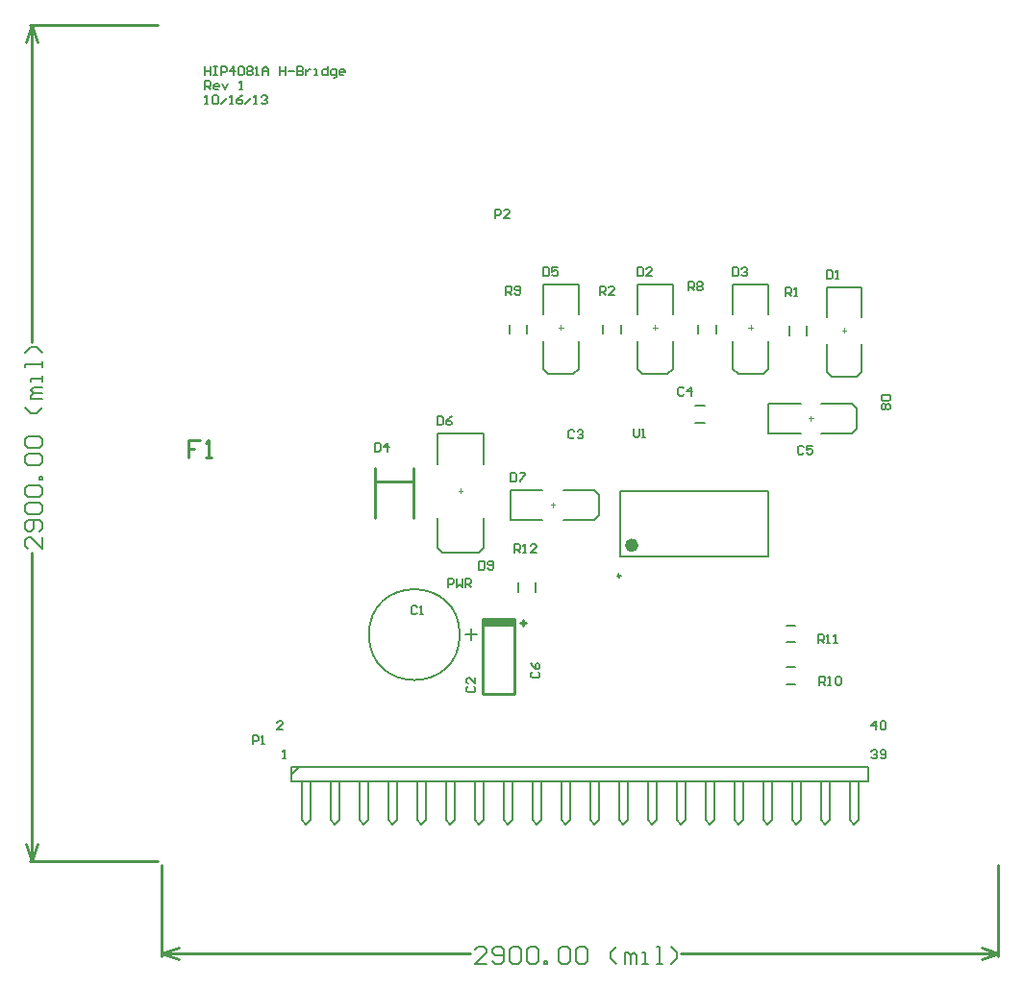
<source format=gto>
%FSLAX42Y42*%
%MOMM*%
G71*
G01*
G75*
G04 Layer_Color=65535*
%ADD10R,1.40X1.10*%
%ADD11R,1.10X1.70*%
%ADD12R,1.80X1.30*%
%ADD13R,2.30X2.30*%
%ADD14R,2.10X1.40*%
%ADD15R,3.30X2.40*%
%ADD16R,2.55X1.85*%
%ADD17R,1.35X2.15*%
%ADD18R,1.10X1.40*%
%ADD19O,0.70X2.60*%
%ADD20C,1.27*%
%ADD21C,0.76*%
%ADD22C,1.14*%
%ADD23C,1.02*%
%ADD24C,0.89*%
%ADD25C,0.51*%
%ADD26C,0.64*%
%ADD27C,0.38*%
%ADD28C,0.25*%
%ADD29C,0.10*%
%ADD30C,0.15*%
%ADD31C,1.52*%
%ADD32C,2.97*%
%ADD33R,2.97X2.97*%
%ADD34R,1.50X1.50*%
%ADD35C,1.50*%
%ADD36C,3.23*%
%ADD37C,5.08*%
%ADD38C,1.27*%
%ADD39C,0.20*%
%ADD40C,0.60*%
%ADD41C,0.25*%
%ADD42C,0.13*%
%ADD43C,0.15*%
D28*
X7422Y10770D02*
Y11210D01*
X7082Y10770D02*
Y11210D01*
Y11087D02*
X7422D01*
X8030Y9220D02*
Y9830D01*
X8310Y9220D02*
Y9830D01*
X8386Y9817D02*
Y9868D01*
X8361Y9843D02*
X8412D01*
X8030Y9220D02*
X8310D01*
X8030Y9830D02*
X8310D01*
X8030D02*
Y9855D01*
X8310D01*
X8310Y9855D01*
Y9830D02*
Y9855D01*
Y9817D02*
Y9880D01*
X8310Y9881D02*
X8310Y9880D01*
X8031Y9881D02*
X8310D01*
X8031Y9804D02*
Y9881D01*
X5542Y11455D02*
X5441D01*
Y11379D01*
X5491D01*
X5441D01*
Y11303D01*
X5593D02*
X5644D01*
X5618D01*
Y11455D01*
X5593Y11430D01*
X4039Y15113D02*
X5169D01*
X4039Y7747D02*
X5169D01*
X4064Y12319D02*
Y15113D01*
Y7747D02*
Y10460D01*
X4013Y14961D02*
X4064Y15113D01*
X4115Y14961D01*
X4064Y7747D02*
X4115Y7899D01*
X4013D02*
X4064Y7747D01*
X12573Y6909D02*
Y7709D01*
X5207Y6909D02*
Y7709D01*
X9779Y6934D02*
X12573D01*
X5207D02*
X7920D01*
X12421Y6985D02*
X12573Y6934D01*
X12421Y6883D02*
X12573Y6934D01*
X5207D02*
X5359Y6883D01*
X5207Y6934D02*
X5359Y6985D01*
D29*
X9530Y12446D02*
X9570D01*
X9550Y12426D02*
Y12466D01*
X11194Y12421D02*
X11234D01*
X11214Y12401D02*
Y12441D01*
X8700Y12446D02*
X8740D01*
X8720Y12426D02*
Y12466D01*
X10369Y12446D02*
X10409D01*
X10389Y12426D02*
Y12466D01*
X7816Y11007D02*
X7856D01*
X7836Y10987D02*
Y11027D01*
X10922Y11626D02*
Y11666D01*
X10902Y11646D02*
X10942D01*
X8649Y10864D02*
Y10904D01*
X8629Y10884D02*
X8669D01*
D30*
X4155Y10602D02*
Y10501D01*
X4054Y10602D01*
X4028D01*
X4003Y10577D01*
Y10526D01*
X4028Y10501D01*
X4130Y10653D02*
X4155Y10678D01*
Y10729D01*
X4130Y10755D01*
X4028D01*
X4003Y10729D01*
Y10678D01*
X4028Y10653D01*
X4054D01*
X4079Y10678D01*
Y10755D01*
X4028Y10805D02*
X4003Y10831D01*
Y10882D01*
X4028Y10907D01*
X4130D01*
X4155Y10882D01*
Y10831D01*
X4130Y10805D01*
X4028D01*
Y10958D02*
X4003Y10983D01*
Y11034D01*
X4028Y11059D01*
X4130D01*
X4155Y11034D01*
Y10983D01*
X4130Y10958D01*
X4028D01*
X4155Y11110D02*
X4130D01*
Y11135D01*
X4155D01*
Y11110D01*
X4028Y11237D02*
X4003Y11262D01*
Y11313D01*
X4028Y11339D01*
X4130D01*
X4155Y11313D01*
Y11262D01*
X4130Y11237D01*
X4028D01*
Y11389D02*
X4003Y11415D01*
Y11466D01*
X4028Y11491D01*
X4130D01*
X4155Y11466D01*
Y11415D01*
X4130Y11389D01*
X4028D01*
X4155Y11745D02*
X4105Y11694D01*
X4054D01*
X4003Y11745D01*
X4155Y11821D02*
X4054D01*
Y11846D01*
X4079Y11872D01*
X4155D01*
X4079D01*
X4054Y11897D01*
X4079Y11923D01*
X4155D01*
Y11973D02*
Y12024D01*
Y11999D01*
X4054D01*
Y11973D01*
X4155Y12100D02*
Y12151D01*
Y12126D01*
X4003D01*
Y12100D01*
X4155Y12227D02*
X4105Y12278D01*
X4054D01*
X4003Y12227D01*
X8062Y6843D02*
X7961D01*
X8062Y6944D01*
Y6970D01*
X8037Y6995D01*
X7986D01*
X7961Y6970D01*
X8113Y6868D02*
X8138Y6843D01*
X8189D01*
X8215Y6868D01*
Y6970D01*
X8189Y6995D01*
X8138D01*
X8113Y6970D01*
Y6944D01*
X8138Y6919D01*
X8215D01*
X8265Y6970D02*
X8291Y6995D01*
X8342D01*
X8367Y6970D01*
Y6868D01*
X8342Y6843D01*
X8291D01*
X8265Y6868D01*
Y6970D01*
X8418D02*
X8443Y6995D01*
X8494D01*
X8519Y6970D01*
Y6868D01*
X8494Y6843D01*
X8443D01*
X8418Y6868D01*
Y6970D01*
X8570Y6843D02*
Y6868D01*
X8595D01*
Y6843D01*
X8570D01*
X8697Y6970D02*
X8722Y6995D01*
X8773D01*
X8799Y6970D01*
Y6868D01*
X8773Y6843D01*
X8722D01*
X8697Y6868D01*
Y6970D01*
X8849D02*
X8875Y6995D01*
X8926D01*
X8951Y6970D01*
Y6868D01*
X8926Y6843D01*
X8875D01*
X8849Y6868D01*
Y6970D01*
X9205Y6843D02*
X9154Y6894D01*
Y6944D01*
X9205Y6995D01*
X9281Y6843D02*
Y6944D01*
X9306D01*
X9332Y6919D01*
Y6843D01*
Y6919D01*
X9357Y6944D01*
X9383Y6919D01*
Y6843D01*
X9433D02*
X9484D01*
X9459D01*
Y6944D01*
X9433D01*
X9560Y6843D02*
X9611D01*
X9586D01*
Y6995D01*
X9560D01*
X9687Y6843D02*
X9738Y6894D01*
Y6944D01*
X9687Y6995D01*
D39*
X7829Y9741D02*
G03*
X7829Y9741I-400J0D01*
G01*
X10704Y9455D02*
X10784D01*
X10704Y9305D02*
X10784D01*
X10088Y12391D02*
Y12471D01*
X9928Y12391D02*
Y12471D01*
X10704Y9823D02*
X10784D01*
X10704Y9673D02*
X10784D01*
X9395Y12081D02*
Y12326D01*
X9705Y12081D02*
Y12326D01*
Y12566D02*
Y12826D01*
X9395Y12566D02*
Y12826D01*
X9440Y12036D02*
X9660D01*
X9705Y12081D01*
X9395D02*
X9440Y12036D01*
X9395Y12826D02*
X9705D01*
X11059Y12056D02*
Y12301D01*
X11369Y12056D02*
Y12301D01*
Y12541D02*
Y12801D01*
X11059Y12541D02*
Y12801D01*
X11104Y12011D02*
X11324D01*
X11369Y12056D01*
X11059D02*
X11104Y12011D01*
X11059Y12801D02*
X11369D01*
X9249Y12391D02*
Y12471D01*
X9089Y12391D02*
Y12471D01*
X10888Y12381D02*
Y12461D01*
X10728Y12381D02*
Y12461D01*
X8565Y12081D02*
Y12326D01*
X8875Y12081D02*
Y12326D01*
Y12566D02*
Y12826D01*
X8565Y12566D02*
Y12826D01*
X8610Y12036D02*
X8830D01*
X8875Y12081D01*
X8565D02*
X8610Y12036D01*
X8565Y12826D02*
X8875D01*
X10234Y12081D02*
Y12326D01*
X10544Y12081D02*
Y12326D01*
Y12566D02*
Y12826D01*
X10234Y12566D02*
Y12826D01*
X10279Y12036D02*
X10499D01*
X10544Y12081D01*
X10234D02*
X10279Y12036D01*
X10234Y12826D02*
X10544D01*
X8500Y10120D02*
Y10200D01*
X8340Y10120D02*
Y10200D01*
X8041Y10510D02*
Y10770D01*
X7676Y10465D02*
X7996D01*
X7631Y11515D02*
X8041D01*
X7631Y11245D02*
Y11515D01*
X8041Y11245D02*
Y11515D01*
X7996Y10465D02*
X8041Y10510D01*
X7631D02*
X7676Y10465D01*
X7631Y10510D02*
Y10770D01*
X8424Y12391D02*
Y12471D01*
X8264Y12391D02*
Y12471D01*
X9904Y11609D02*
X9984D01*
X9904Y11759D02*
X9984D01*
X6350Y8572D02*
X11430D01*
X11345Y8107D02*
Y8446D01*
X11303Y8064D02*
X11345Y8107D01*
X11261D02*
X11303Y8064D01*
X11261Y8107D02*
Y8446D01*
X11091Y8107D02*
Y8446D01*
X11049Y8064D02*
X11091Y8107D01*
X11007D02*
X11049Y8064D01*
X11007Y8107D02*
Y8446D01*
X10837Y8107D02*
Y8446D01*
X10795Y8064D02*
X10837Y8107D01*
X10753D02*
X10795Y8064D01*
X10753Y8107D02*
Y8446D01*
X10583Y8107D02*
Y8446D01*
X10541Y8064D02*
X10583Y8107D01*
X10499D02*
X10541Y8064D01*
X10499Y8107D02*
Y8446D01*
X10329Y8107D02*
Y8446D01*
X10287Y8064D02*
X10329Y8107D01*
X10245D02*
X10287Y8064D01*
X10245Y8107D02*
Y8446D01*
X10075Y8107D02*
Y8446D01*
X10033Y8064D02*
X10075Y8107D01*
X9991D02*
X10033Y8064D01*
X9991Y8107D02*
Y8446D01*
X9821Y8107D02*
Y8446D01*
X9779Y8064D02*
X9821Y8107D01*
X9737D02*
X9779Y8064D01*
X9737Y8107D02*
Y8446D01*
X9567Y8107D02*
Y8446D01*
X9525Y8064D02*
X9567Y8107D01*
X9483D02*
X9525Y8064D01*
X9483Y8107D02*
Y8446D01*
X9313Y8107D02*
Y8446D01*
X9271Y8064D02*
X9313Y8107D01*
X9229D02*
X9271Y8064D01*
X9229Y8107D02*
Y8446D01*
X9059Y8107D02*
Y8446D01*
X9017Y8064D02*
X9059Y8107D01*
X8975D02*
X9017Y8064D01*
X8975Y8107D02*
Y8446D01*
X8805Y8107D02*
Y8446D01*
X8763Y8064D02*
X8805Y8107D01*
X8721D02*
X8763Y8064D01*
X8721Y8107D02*
Y8446D01*
X8551Y8107D02*
Y8446D01*
X8509Y8064D02*
X8551Y8107D01*
X8467D02*
X8509Y8064D01*
X8467Y8107D02*
Y8446D01*
X8297Y8107D02*
Y8446D01*
X8255Y8064D02*
X8297Y8107D01*
X8213D02*
X8255Y8064D01*
X8213Y8107D02*
Y8446D01*
X8043Y8107D02*
Y8446D01*
X8001Y8064D02*
X8043Y8107D01*
X7959D02*
X8001Y8064D01*
X7959Y8107D02*
Y8446D01*
X7789Y8107D02*
Y8446D01*
X7747Y8064D02*
X7789Y8107D01*
X7705D02*
X7747Y8064D01*
X7705Y8107D02*
Y8446D01*
X7535Y8107D02*
Y8446D01*
X7493Y8064D02*
X7535Y8107D01*
X7451D02*
X7493Y8064D01*
X7451Y8107D02*
Y8446D01*
X7281Y8107D02*
Y8446D01*
X7239Y8064D02*
X7281Y8107D01*
X7197D02*
X7239Y8064D01*
X7197Y8107D02*
Y8446D01*
X7027Y8107D02*
Y8446D01*
X6985Y8064D02*
X7027Y8107D01*
X6943D02*
X6985Y8064D01*
X6943Y8107D02*
Y8446D01*
X6773Y8107D02*
Y8446D01*
X6731Y8064D02*
X6773Y8107D01*
X6689D02*
X6731Y8064D01*
X6689Y8107D02*
Y8446D01*
X6519Y8107D02*
Y8446D01*
X6477Y8064D02*
X6519Y8107D01*
X6435D02*
X6477Y8064D01*
X6435Y8107D02*
Y8446D01*
X6350Y8509D02*
X6414Y8572D01*
X11430Y8446D02*
Y8572D01*
X6350Y8446D02*
X11430D01*
X6350D02*
Y8572D01*
X11282Y11778D02*
X11327Y11733D01*
Y11558D02*
Y11733D01*
X10547Y11778D02*
X10832D01*
X10547Y11513D02*
X10832D01*
X10547D02*
Y11778D01*
X11012D02*
X11282D01*
X11012Y11513D02*
X11282D01*
X11327Y11558D01*
X9009Y11016D02*
X9054Y10971D01*
Y10796D02*
Y10971D01*
X8274Y11016D02*
X8559D01*
X8274Y10751D02*
X8559D01*
X8274D02*
Y11016D01*
X8739D02*
X9009D01*
X8739Y10751D02*
X9009D01*
X9054Y10796D01*
X10543Y10429D02*
Y11009D01*
X9243Y10429D02*
Y11009D01*
X10543D01*
X9243Y10429D02*
X10543D01*
D40*
X9373Y10529D02*
G03*
X9373Y10529I-30J0D01*
G01*
D41*
X9244Y10259D02*
G03*
X9244Y10259I-12J0D01*
G01*
D42*
X8471Y9411D02*
X8458Y9398D01*
Y9373D01*
X8471Y9360D01*
X8522D01*
X8534Y9373D01*
Y9398D01*
X8522Y9411D01*
X8458Y9487D02*
X8471Y9461D01*
X8496Y9436D01*
X8522D01*
X8534Y9449D01*
Y9474D01*
X8522Y9487D01*
X8509D01*
X8496Y9474D01*
Y9436D01*
X9360Y11557D02*
Y11493D01*
X9373Y11481D01*
X9398D01*
X9411Y11493D01*
Y11557D01*
X9436Y11481D02*
X9461D01*
X9449D01*
Y11557D01*
X9436Y11544D01*
X8313Y10462D02*
Y10538D01*
X8352D01*
X8364Y10526D01*
Y10500D01*
X8352Y10488D01*
X8313D01*
X8339D02*
X8364Y10462D01*
X8390D02*
X8415D01*
X8402D01*
Y10538D01*
X8390Y10526D01*
X8504Y10462D02*
X8453D01*
X8504Y10513D01*
Y10526D01*
X8491Y10538D01*
X8466D01*
X8453Y10526D01*
X10986Y9665D02*
Y9741D01*
X11024D01*
X11036Y9728D01*
Y9703D01*
X11024Y9690D01*
X10986D01*
X11011D02*
X11036Y9665D01*
X11062D02*
X11087D01*
X11074D01*
Y9741D01*
X11062Y9728D01*
X11125Y9665D02*
X11151D01*
X11138D01*
Y9741D01*
X11125Y9728D01*
X10998Y9296D02*
Y9373D01*
X11036D01*
X11049Y9360D01*
Y9334D01*
X11036Y9322D01*
X10998D01*
X11024D02*
X11049Y9296D01*
X11074D02*
X11100D01*
X11087D01*
Y9373D01*
X11074Y9360D01*
X11138D02*
X11151Y9373D01*
X11176D01*
X11189Y9360D01*
Y9309D01*
X11176Y9296D01*
X11151D01*
X11138Y9309D01*
Y9360D01*
X8237Y12736D02*
Y12812D01*
X8275D01*
X8288Y12799D01*
Y12774D01*
X8275Y12761D01*
X8237D01*
X8263D02*
X8288Y12736D01*
X8313Y12748D02*
X8326Y12736D01*
X8351D01*
X8364Y12748D01*
Y12799D01*
X8351Y12812D01*
X8326D01*
X8313Y12799D01*
Y12786D01*
X8326Y12774D01*
X8364D01*
X9843Y12774D02*
Y12850D01*
X9881D01*
X9893Y12837D01*
Y12812D01*
X9881Y12799D01*
X9843D01*
X9868D02*
X9893Y12774D01*
X9919Y12837D02*
X9931Y12850D01*
X9957D01*
X9969Y12837D01*
Y12825D01*
X9957Y12812D01*
X9969Y12799D01*
Y12787D01*
X9957Y12774D01*
X9931D01*
X9919Y12787D01*
Y12799D01*
X9931Y12812D01*
X9919Y12825D01*
Y12837D01*
X9931Y12812D02*
X9957D01*
X9063Y12736D02*
Y12812D01*
X9101D01*
X9114Y12799D01*
Y12774D01*
X9101Y12761D01*
X9063D01*
X9088D02*
X9114Y12736D01*
X9190D02*
X9139D01*
X9190Y12786D01*
Y12799D01*
X9177Y12812D01*
X9152D01*
X9139Y12799D01*
X10701Y12723D02*
Y12799D01*
X10739D01*
X10752Y12786D01*
Y12761D01*
X10739Y12748D01*
X10701D01*
X10726D02*
X10752Y12723D01*
X10777D02*
X10803D01*
X10790D01*
Y12799D01*
X10777Y12786D01*
X8141Y13411D02*
Y13487D01*
X8179D01*
X8191Y13475D01*
Y13449D01*
X8179Y13437D01*
X8141D01*
X8268Y13411D02*
X8217D01*
X8268Y13462D01*
Y13475D01*
X8255Y13487D01*
X8230D01*
X8217Y13475D01*
X6007Y8776D02*
Y8852D01*
X6045D01*
X6058Y8839D01*
Y8814D01*
X6045Y8801D01*
X6007D01*
X6083Y8776D02*
X6109D01*
X6096D01*
Y8852D01*
X6083Y8839D01*
X8001Y10389D02*
Y10312D01*
X8039D01*
X8052Y10325D01*
Y10376D01*
X8039Y10389D01*
X8001D01*
X8077Y10325D02*
X8090Y10312D01*
X8115D01*
X8128Y10325D01*
Y10376D01*
X8115Y10389D01*
X8090D01*
X8077Y10376D01*
Y10363D01*
X8090Y10350D01*
X8128D01*
X11620Y11849D02*
X11544D01*
Y11811D01*
X11557Y11798D01*
X11608D01*
X11620Y11811D01*
Y11849D01*
X11608Y11773D02*
X11620Y11760D01*
Y11735D01*
X11608Y11722D01*
X11595D01*
X11582Y11735D01*
X11570Y11722D01*
X11557D01*
X11544Y11735D01*
Y11760D01*
X11557Y11773D01*
X11570D01*
X11582Y11760D01*
X11595Y11773D01*
X11608D01*
X11582Y11760D02*
Y11735D01*
X8280Y11163D02*
Y11087D01*
X8318D01*
X8331Y11100D01*
Y11151D01*
X8318Y11163D01*
X8280D01*
X8357D02*
X8407D01*
Y11151D01*
X8357Y11100D01*
Y11087D01*
X7633Y11665D02*
Y11589D01*
X7671D01*
X7683Y11601D01*
Y11652D01*
X7671Y11665D01*
X7633D01*
X7760D02*
X7734Y11652D01*
X7709Y11627D01*
Y11601D01*
X7722Y11589D01*
X7747D01*
X7760Y11601D01*
Y11614D01*
X7747Y11627D01*
X7709D01*
X8567Y12977D02*
Y12901D01*
X8606D01*
X8618Y12913D01*
Y12964D01*
X8606Y12977D01*
X8567D01*
X8694D02*
X8644D01*
Y12939D01*
X8669Y12951D01*
X8682D01*
X8694Y12939D01*
Y12913D01*
X8682Y12901D01*
X8656D01*
X8644Y12913D01*
X7082Y11433D02*
Y11356D01*
X7120D01*
X7132Y11369D01*
Y11420D01*
X7120Y11433D01*
X7082D01*
X7196Y11356D02*
Y11433D01*
X7158Y11394D01*
X7208D01*
X10236Y12977D02*
Y12901D01*
X10274D01*
X10287Y12913D01*
Y12964D01*
X10274Y12977D01*
X10236D01*
X10312Y12964D02*
X10325Y12977D01*
X10350D01*
X10363Y12964D01*
Y12951D01*
X10350Y12939D01*
X10338D01*
X10350D01*
X10363Y12926D01*
Y12913D01*
X10350Y12901D01*
X10325D01*
X10312Y12913D01*
X9398Y12977D02*
Y12901D01*
X9436D01*
X9449Y12913D01*
Y12964D01*
X9436Y12977D01*
X9398D01*
X9525Y12901D02*
X9474D01*
X9525Y12951D01*
Y12964D01*
X9512Y12977D01*
X9487D01*
X9474Y12964D01*
X11062Y12951D02*
Y12875D01*
X11100D01*
X11112Y12888D01*
Y12939D01*
X11100Y12951D01*
X11062D01*
X11138Y12875D02*
X11163D01*
X11151D01*
Y12951D01*
X11138Y12939D01*
X10858Y11392D02*
X10846Y11405D01*
X10820D01*
X10808Y11392D01*
Y11341D01*
X10820Y11328D01*
X10846D01*
X10858Y11341D01*
X10935Y11405D02*
X10884D01*
Y11366D01*
X10909Y11379D01*
X10922D01*
X10935Y11366D01*
Y11341D01*
X10922Y11328D01*
X10897D01*
X10884Y11341D01*
X9802Y11910D02*
X9789Y11923D01*
X9764D01*
X9751Y11910D01*
Y11859D01*
X9764Y11847D01*
X9789D01*
X9802Y11859D01*
X9865Y11847D02*
Y11923D01*
X9827Y11885D01*
X9878D01*
X8839Y11532D02*
X8826Y11544D01*
X8801D01*
X8788Y11532D01*
Y11481D01*
X8801Y11468D01*
X8826D01*
X8839Y11481D01*
X8865Y11532D02*
X8877Y11544D01*
X8903D01*
X8915Y11532D01*
Y11519D01*
X8903Y11506D01*
X8890D01*
X8903D01*
X8915Y11493D01*
Y11481D01*
X8903Y11468D01*
X8877D01*
X8865Y11481D01*
X7904Y9284D02*
X7891Y9271D01*
Y9246D01*
X7904Y9233D01*
X7954D01*
X7967Y9246D01*
Y9271D01*
X7954Y9284D01*
X7967Y9360D02*
Y9309D01*
X7916Y9360D01*
X7904D01*
X7891Y9347D01*
Y9322D01*
X7904Y9309D01*
X7455Y9982D02*
X7442Y9995D01*
X7417D01*
X7404Y9982D01*
Y9931D01*
X7417Y9919D01*
X7442D01*
X7455Y9931D01*
X7480Y9919D02*
X7506D01*
X7493D01*
Y9995D01*
X7480Y9982D01*
X5588Y14415D02*
X5613D01*
X5601D01*
Y14491D01*
X5588Y14478D01*
X5651D02*
X5664Y14491D01*
X5690D01*
X5702Y14478D01*
Y14427D01*
X5690Y14415D01*
X5664D01*
X5651Y14427D01*
Y14478D01*
X5728Y14415D02*
X5778Y14465D01*
X5804Y14415D02*
X5829D01*
X5817D01*
Y14491D01*
X5804Y14478D01*
X5918Y14491D02*
X5893Y14478D01*
X5867Y14453D01*
Y14427D01*
X5880Y14415D01*
X5905D01*
X5918Y14427D01*
Y14440D01*
X5905Y14453D01*
X5867D01*
X5943Y14415D02*
X5994Y14465D01*
X6020Y14415D02*
X6045D01*
X6032D01*
Y14491D01*
X6020Y14478D01*
X6083D02*
X6096Y14491D01*
X6121D01*
X6134Y14478D01*
Y14465D01*
X6121Y14453D01*
X6109D01*
X6121D01*
X6134Y14440D01*
Y14427D01*
X6121Y14415D01*
X6096D01*
X6083Y14427D01*
X6274Y8903D02*
X6223D01*
X6274Y8953D01*
Y8966D01*
X6261Y8979D01*
X6236D01*
X6223Y8966D01*
X6274Y8649D02*
X6299D01*
X6286D01*
Y8725D01*
X6274Y8712D01*
X11455D02*
X11468Y8725D01*
X11493D01*
X11506Y8712D01*
Y8699D01*
X11493Y8687D01*
X11481D01*
X11493D01*
X11506Y8674D01*
Y8661D01*
X11493Y8649D01*
X11468D01*
X11455Y8661D01*
X11532D02*
X11544Y8649D01*
X11570D01*
X11582Y8661D01*
Y8712D01*
X11570Y8725D01*
X11544D01*
X11532Y8712D01*
Y8699D01*
X11544Y8687D01*
X11582D01*
X11493Y8903D02*
Y8979D01*
X11455Y8941D01*
X11506D01*
X11532Y8966D02*
X11544Y8979D01*
X11570D01*
X11582Y8966D01*
Y8915D01*
X11570Y8903D01*
X11544D01*
X11532Y8915D01*
Y8966D01*
X7726Y10160D02*
Y10236D01*
X7764D01*
X7777Y10223D01*
Y10198D01*
X7764Y10185D01*
X7726D01*
X7802Y10236D02*
Y10160D01*
X7827Y10185D01*
X7853Y10160D01*
Y10236D01*
X7878Y10160D02*
Y10236D01*
X7916D01*
X7929Y10223D01*
Y10198D01*
X7916Y10185D01*
X7878D01*
X7904D02*
X7929Y10160D01*
X5588Y14745D02*
Y14668D01*
Y14707D01*
X5639D01*
Y14745D01*
Y14668D01*
X5664Y14745D02*
X5690D01*
X5677D01*
Y14668D01*
X5664D01*
X5690D01*
X5728D02*
Y14745D01*
X5766D01*
X5778Y14732D01*
Y14707D01*
X5766Y14694D01*
X5728D01*
X5842Y14668D02*
Y14745D01*
X5804Y14707D01*
X5855D01*
X5880Y14732D02*
X5893Y14745D01*
X5918D01*
X5931Y14732D01*
Y14681D01*
X5918Y14668D01*
X5893D01*
X5880Y14681D01*
Y14732D01*
X5956D02*
X5969Y14745D01*
X5994D01*
X6007Y14732D01*
Y14719D01*
X5994Y14707D01*
X6007Y14694D01*
Y14681D01*
X5994Y14668D01*
X5969D01*
X5956Y14681D01*
Y14694D01*
X5969Y14707D01*
X5956Y14719D01*
Y14732D01*
X5969Y14707D02*
X5994D01*
X6032Y14668D02*
X6058D01*
X6045D01*
Y14745D01*
X6032Y14732D01*
X6096Y14668D02*
Y14719D01*
X6121Y14745D01*
X6147Y14719D01*
Y14668D01*
Y14707D01*
X6096D01*
X6248Y14745D02*
Y14668D01*
Y14707D01*
X6299D01*
Y14745D01*
Y14668D01*
X6324Y14707D02*
X6375D01*
X6401Y14745D02*
Y14668D01*
X6439D01*
X6451Y14681D01*
Y14694D01*
X6439Y14707D01*
X6401D01*
X6439D01*
X6451Y14719D01*
Y14732D01*
X6439Y14745D01*
X6401D01*
X6477Y14719D02*
Y14668D01*
Y14694D01*
X6489Y14707D01*
X6502Y14719D01*
X6515D01*
X6553Y14668D02*
X6578D01*
X6566D01*
Y14719D01*
X6553D01*
X6667Y14745D02*
Y14668D01*
X6629D01*
X6616Y14681D01*
Y14707D01*
X6629Y14719D01*
X6667D01*
X6718Y14643D02*
X6731D01*
X6743Y14656D01*
Y14719D01*
X6705D01*
X6693Y14707D01*
Y14681D01*
X6705Y14668D01*
X6743D01*
X6807D02*
X6781D01*
X6769Y14681D01*
Y14707D01*
X6781Y14719D01*
X6807D01*
X6820Y14707D01*
Y14694D01*
X6769D01*
X5588Y14541D02*
Y14618D01*
X5626D01*
X5639Y14605D01*
Y14580D01*
X5626Y14567D01*
X5588D01*
X5613D02*
X5639Y14541D01*
X5702D02*
X5677D01*
X5664Y14554D01*
Y14580D01*
X5677Y14592D01*
X5702D01*
X5715Y14580D01*
Y14567D01*
X5664D01*
X5740Y14592D02*
X5766Y14541D01*
X5791Y14592D01*
X5893Y14541D02*
X5918D01*
X5905D01*
Y14618D01*
X5893Y14605D01*
D43*
X7977Y9741D02*
X7877D01*
X7927Y9691D02*
Y9791D01*
M02*

</source>
